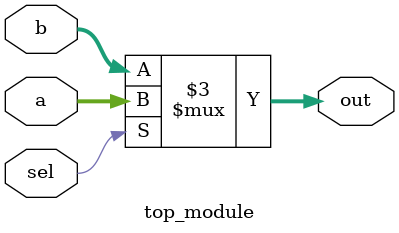
<source format=sv>
module top_module (
	input sel,
	input [7:0] a,
	input [7:0] b,
	output reg [7:0] out
);

	always @* begin
		if (sel) begin
			out = a;
		end else begin
			out = b;
		end
	end

endmodule

</source>
